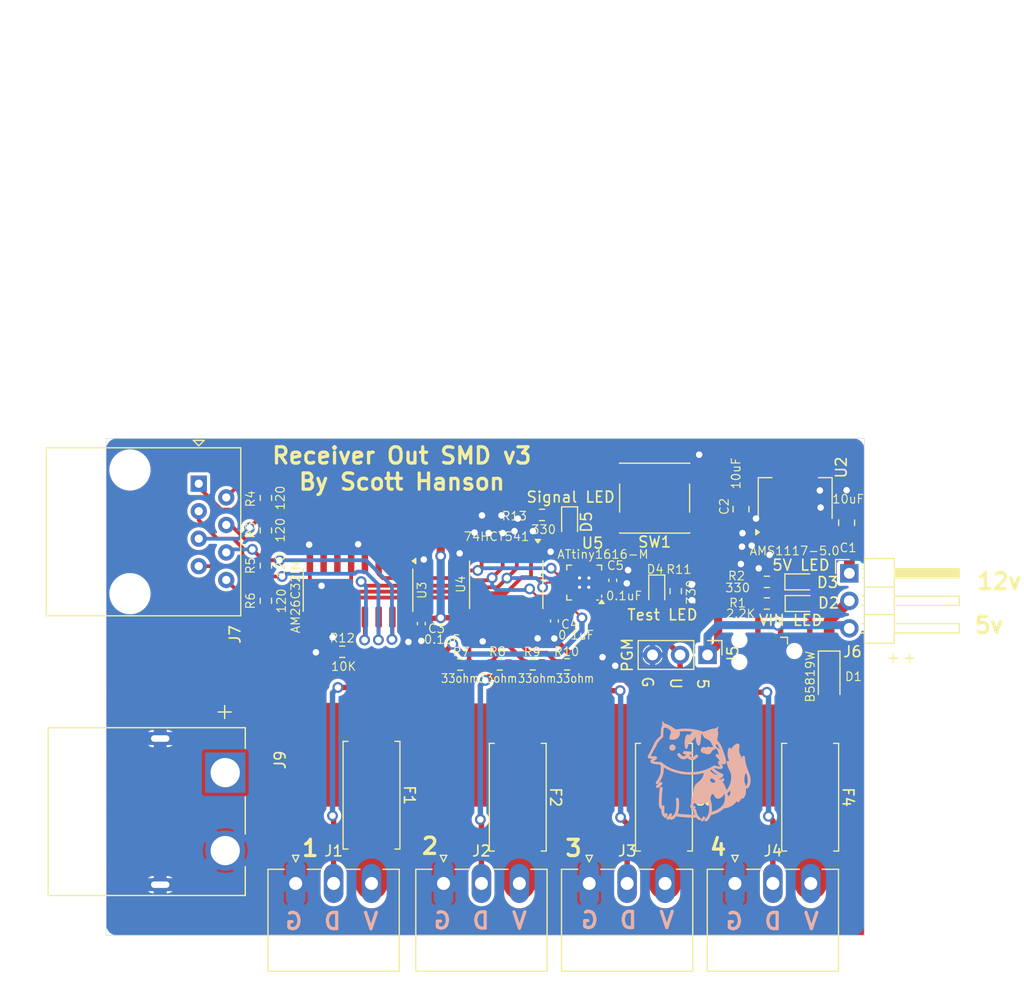
<source format=kicad_pcb>
(kicad_pcb (version 20241229) (generator "pcbnew") (generator_version "9.0")
  (title_block (title "Receiver Out SMD") (date "2025-02-23") (rev "v3") (company "Scott Hanson"))
  (layers (0 "F.Cu" signal) (2 "B.Cu" signal) (13 "F.Paste" user) (15 "B.Paste" user) (5 "F.SilkS" user "F.Silkscreen") (7 "B.SilkS" user "B.Silkscreen") (1 "F.Mask" user) (3 "B.Mask" user) (25 "Edge.Cuts" user))
  (net 0 "")
  (net 1 "GND")
  (net 2 "+5V")
  (net 3 "VIN1")
  (net 4 "OUT20")
  (net 5 "OUT19")
  (net 6 "OUT18")
  (net 7 "OUT17")
  (net 8 "Net-(D2-K)")
  (net 9 "Net-(D3-K)")
  (net 10 "/Outputs/VOUT1")
  (net 11 "/Outputs/VOUT2")
  (net 12 "/Outputs/VOUT3")
  (net 13 "/Outputs/VOUT4")
  (net 14 "/Outputs/DOUT1")
  (net 15 "/Outputs/DOUT2")
  (net 16 "/Outputs/DOUT3")
  (net 17 "/Outputs/DOUT4")
  (net 18 "/PWR")
  (net 19 "/Diff In/Serial4_N")
  (net 20 "/Diff In/Serial4_P")
  (net 21 "/Diff In/Serial2_N")
  (net 22 "/Diff In/Serial3_P")
  (net 23 "/Diff In/Serial3_N")
  (net 24 "/Diff In/Serial2_P")
  (net 25 "/Diff In/Serial1_N")
  (net 26 "/Diff In/Serial1_P")
  (net 27 "Net-(U4-Y7)")
  (net 28 "Net-(U4-Y4)")
  (net 29 "Net-(U4-Y2)")
  (net 30 "Net-(U4-Y0)")
  (net 31 "/VIN")
  (net 36 "TESTLED")
  (net 37 "Net-(D4-K)")
  (net 38 "UPDI_DATA")
  (net 39 "OUT_EN")
  (net 40 "Net-(U5-PA2)")
  (net 49 "SIGNLED")
  (net 54 "Net-(D5-K)")
  (footprint "Connector_Phoenix_MC:PhoenixContact_MC_1,5_3-G-3.5_1x03_P3.50mm_Horizontal" (layer "F.Cu") (at 94.451 143.82326)
    (property "Reference" "J2")
    (property "Value" "String2")
  )
  (footprint "Connector_Phoenix_MC:PhoenixContact_MC_1,5_3-G-3.5_1x03_P3.50mm_Horizontal" (layer "F.Cu") (at 121.356 143.82326)
    (property "Reference" "J4")
    (property "Value" "String4")
  )
  (footprint "Connector_Phoenix_MC:PhoenixContact_MC_1,5_3-G-3.5_1x03_P3.50mm_Horizontal" (layer "F.Cu") (at 107.901 143.82326)
    (property "Reference" "J3")
    (property "Value" "String3")
  )
  (footprint "Connector_Phoenix_MC:PhoenixContact_MC_1,5_3-G-3.5_1x03_P3.50mm_Horizontal" (layer "F.Cu") (at 80.801 143.82326)
    (property "Reference" "J1")
    (property "Value" "String1")
  )
  (footprint "Fuse:Fuseholder_Littelfuse_Nano2_154x" (layer "F.Cu") (at 101.301 135.85576 -90)
    (property "Reference" "F2")
    (property "Value" "0453005")
  )
  (footprint "Fuse:Fuseholder_Littelfuse_Nano2_154x" (layer "F.Cu") (at 128.301 135.85576 -90)
    (property "Reference" "F4")
    (property "Value" "0453005")
  )
  (footprint "Fuse:Fuseholder_Littelfuse_Nano2_154x" (layer "F.Cu") (at 87.801 135.67076 -90)
    (property "Reference" "F1")
    (property "Value" "0453005")
  )
  (footprint "Fuse:Fuseholder_Littelfuse_Nano2_154x" (layer "F.Cu") (at 114.801 135.85576 -90)
    (property "Reference" "F3")
    (property "Value" "0453005")
  )
  (footprint "Capacitor_SMD:C_0805_2012Metric" (layer "F.Cu") (at 131.664 110.5028 90)
    (property "Reference" "C1")
    (property "Value" "10uF")
  )
  (footprint "Connector_PinHeader_2.54mm:PinHeader_1x03_P2.54mm_Horizontal" (layer "F.Cu") (at 131.916 115.1778)
    (property "Reference" "J6")
    (property "Value" "VIN_Voltage")
  )
  (footprint "Capacitor_SMD:C_0805_2012Metric" (layer "F.Cu") (at 121.914 109.2528 -90)
    (property "Reference" "C2")
    (property "Value" "10uF")
  )
  (footprint "Resistor_SMD:R_0603_1608Metric" (layer "F.Cu") (at 124.301 117.9678)
    (property "Reference" "R1")
    (property "Value" "2.2K")
  )
  (footprint "LED_SMD:LED_0603_1608Metric" (layer "F.Cu") (at 127.4525 115.9678)
    (property "Reference" "D3")
    (property "Value" "5V LED")
  )
  (footprint "Resistor_SMD:R_0603_1608Metric" (layer "F.Cu") (at 124.301 115.9678)
    (property "Reference" "R2")
    (property "Value" "330")
  )
  (footprint "LED_SMD:LED_0603_1608Metric" (layer "F.Cu") (at 127.4775 117.9678)
    (property "Reference" "D2")
    (property "Value" "VIN LED")
  )
  (footprint "Scotts:RJ45_Amphenol_54602-x08_Horizontal" (layer "F.Cu") (at 71.851 106.8978 -90)
    (property "Reference" "J7")
    (property "Value" "RJ45")
  )
  (footprint "Resistor_SMD:R_0603_1608Metric" (layer "F.Cu") (at 78.051 111.2178 -90)
    (property "Reference" "R3")
    (property "Value" "120")
  )
  (footprint "Resistor_SMD:R_0603_1608Metric" (layer "F.Cu") (at 78.051 108.2178 -90)
    (property "Reference" "R4")
    (property "Value" "120")
  )
  (footprint "Resistor_SMD:R_0603_1608Metric" (layer "F.Cu") (at 78.051 114.4678 90)
    (property "Reference" "R5")
    (property "Value" "120")
  )
  (footprint "Resistor_SMD:R_0603_1608Metric" (layer "F.Cu") (at 78.051 117.7178 90)
    (property "Reference" "R6")
    (property "Value" "120")
  )
  (footprint "Package_SO:SOIC-16_3.9x9.9mm_P1.27mm" (layer "F.Cu") (at 86.556 116.7428 -90)
    (property "Reference" "U3")
    (property "Value" "AM26C32IN")
  )
  (footprint "Capacitor_SMD:C_0402_1005Metric" (layer "F.Cu") (at 92.401 119.8178 -90)
    (property "Reference" "C3")
    (property "Value" "0.1uF")
  )
  (footprint "Diode_SMD:D_SOD-123" (layer "F.Cu") (at 130.051 124.7178 -90)
    (property "Reference" "D1")
    (property "Value" "B5819W")
  )
  (footprint "Resistor_SMD:R_0603_1608Metric" (layer "F.Cu") (at 95.988 123.6028)
    (property "Reference" "R7")
    (property "Value" "33ohm")
  )
  (footprint "Resistor_SMD:R_0603_1608Metric" (layer "F.Cu") (at 99.638 123.5928 180)
    (property "Reference" "R8")
    (property "Value" "33ohm")
  )
  (footprint "Resistor_SMD:R_0603_1608Metric" (layer "F.Cu") (at 105.863 123.5828 180)
    (property "Reference" "R10")
    (property "Value" "33ohm")
  )
  (footprint "Package_TO_SOT_SMD:SOT-223-3_TabPin2" (layer "F.Cu") (at 126.914 108.2528 90)
    (property "Reference" "U2")
    (property "Value" "AMS1117-5.0")
  )
  (footprint "Capacitor_SMD:C_0402_1005Metric" (layer "F.Cu") (at 104.688 119.5828 -90)
    (property "Reference" "C4")
    (property "Value" "0.1uF")
  )
  (footprint "Resistor_SMD:R_0603_1608Metric" (layer "F.Cu") (at 102.688 123.5828 180)
    (property "Reference" "R9")
    (property "Value" "33ohm")
  )
  (footprint "Package_SO:TSSOP-20_4.4x6.5mm_P0.65mm" (layer "F.Cu") (at 100.238 116.2328 -90)
    (property "Reference" "U4")
    (property "Value" "74HCT541")
  )
  (footprint "Capacitor_SMD:C_0402_1005Metric" (layer "F.Cu") (at 110.078 115.8228 -90)
    (property "Reference" "C5")
    (property "Value" "0.1uF")
  )
  (footprint "LED_SMD:LED_0603_1608Metric" (layer "F.Cu") (at 114.138 116.8203 -90)
    (property "Reference" "D4")
    (property "Value" "Test LED")
  )
  (footprint "Connector_PinHeader_2.54mm:PinHeader_1x03_P2.54mm_Vertical" (layer "F.Cu") (at 118.826 122.7178 -90)
    (property "Reference" "J5")
    (property "Value" "PGM")
  )
  (footprint "Scotts:SW_Push_1P1T_NO_6x6mm_H9.5mm" (layer "F.Cu") (at 113.938 108.2328 180)
    (property "Reference" "SW1")
    (property "Value" "Test")
  )
  (footprint "Package_DFN_QFN:VQFN-20-1EP_3x3mm_P0.4mm_EP1.7x1.7mm" (layer "F.Cu") (at 107.438 116.0328 180)
    (property "Reference" "U5")
    (property "Value" "ATtiny1616-M")
  )
  (footprint "Resistor_SMD:R_0603_1608Metric" (layer "F.Cu") (at 103.538 109.7828)
    (property "Reference" "R13")
    (property "Value" "330")
  )
  (footprint "Resistor_SMD:R_0603_1608Metric" (layer "F.Cu") (at 115.888 116.8203 90)
    (property "Reference" "R11")
    (property "Value" "330")
  )
  (footprint "LED_SMD:LED_0603_1608Metric" (layer "F.Cu") (at 106.088 110.5203 -90)
    (property "Reference" "D5")
    (property "Value" "Signal LED")
  )
  (footprint "Connector:Tag-Connect_TC2030-IDC-NL_2x03_P1.27mm_Vertical" (layer "F.Cu") (at 124.301 122.3528 180)
    (property "Reference" "J8" (hide yes))
    (property "Value" "Conn_ARM_SWD_TagConnect_TC2030-NL" (hide yes))
  )
  (footprint "Scotts:MountingHole_3.7mm" (layer "F.Cu") (at 138.001 77.4178)
    (property "Reference" "H3")
    (property "Value" "MountingHole")
  )
  (footprint "Scotts:MountingHole_3.7mm" (layer "F.Cu") (at 58.651 74.9178)
    (property "Reference" "H4")
    (property "Value" "MountingHole")
  )
  (footprint "Scotts:MountingHole_3.7mm" (layer "F.Cu") (at 125.651 72.2178)
    (property "Reference" "H1")
    (property "Value" "MountingHole")
  )
  (footprint "Scotts:XT60PW-M" (layer "F.Cu") (at 68.296 137.18705 -90)
    (property "Reference" "J9")
    (property "Value" "XT60PW-M")
  )
  (footprint "Scotts:MountingHole_3.7mm" (layer "F.Cu") (at 75.101 67.7678)
    (property "Reference" "H2")
    (property "Value" "MountingHole")
  )
  (footprint "Resistor_SMD:R_0603_1608Metric" (layer "F.Cu") (at 85.098 122.4228 180)
    (property "Reference" "R12")
    (property "Value" "10K")
  )
  (footprint "Scotts:chewi_15" (layer "B.Cu") (at 118.259705 132.314042 180)
    (property "Reference" "G***")
    (property "Value" "LOGO" (hide yes))
  )
  (gr_line (start 63.295 102.7178) (end 63.301 148.6178) (stroke (width 0.05)) (layer "Edge.Cuts"))
  (gr_line (start 63.295 102.7178) (end 133.301 102.7178) (stroke (width 0.05)) (layer "Edge.Cuts"))
  (gr_line (start 133.301 148.6178) (end 133.301 102.7178) (stroke (width 0.05)) (layer "Edge.Cuts"))
  (gr_line (start 133.301 148.6178) (end 63.301 148.6178) (stroke (width 0.05)) (layer "Edge.Cuts"))
  (gr_text "3" (at 106.451 140.5678 0) (layer "F.SilkS") (effects (font (size 1.5 1.5) (thickness 0.3))))
  (gr_text "1" (at 82.151 140.5678 0) (layer "F.SilkS") (effects (font (size 1.5 1.5) (thickness 0.3))))
  (gr_text "2" (at 93.201 140.3678 0) (layer "F.SilkS") (effects (font (size 1.5 1.5) (thickness 0.3))))
  (gr_text "4" (at 119.801 140.4678 0) (layer "F.SilkS") (effects (font (size 1.5 1.5) (thickness 0.3))))
  (gr_text "Receiver Out SMD ${REVISION}\nBy Scott Hanson" (at 90.601 105.5178 0) (layer "F.SilkS") (effects (font (size 1.5 1.5) (thickness 0.3))))
  (gr_text "+" (at 135.901 123.0178 90) (layer "F.SilkS") (effects (font (size 1 1))))
  (gr_text "+" (at 137.401 123.0178 90) (layer "F.SilkS") (effects (font (size 1 1))))
  (gr_text "12v" (at 145.751 115.9178 0) (layer "F.SilkS") (effects (font (size 1.5 1.5) (thickness 0.3))))
  (gr_text "U" (at 115.301 124.7178 270) (layer "F.SilkS") (effects (font (size 1 1)) (justify left bottom)))
  (gr_text "5v" (at 144.801 119.9678 0) (layer "F.SilkS") (effects (font (size 1.5 1.5) (thickness 0.3))))
  (gr_text "5" (at 117.801 124.8178 270) (layer "F.SilkS") (effects (font (size 1 1)) (justify left bottom)))
  (gr_text "G" (at 112.701 124.6178 270) (layer "F.SilkS") (effects (font (size 1 1)) (justify left bottom)))
  (gr_text "V" (at 128.413 147.3178 -0) (layer "B.SilkS") (effects (font (size 1.5 1.5) (thickness 0.3)) (justify mirror)))
  (gr_text "D" (at 124.857 147.3178 -0) (layer "B.SilkS") (effects (font (size 1.5 1.5) (thickness 0.3)) (justify mirror)))
  (gr_text "V" (at 87.751 147.3178 -0) (layer "B.SilkS") (effects (font (size 1.5 1.5) (thickness 0.3)) (justify mirror)))
  (gr_text "G" (at 107.950998 147.2178 -0) (layer "B.SilkS") (effects (font (size 1.5 1.5) (thickness 0.3)) (justify mirror)))
  (gr_text "G" (at 94.345 147.2678 -0) (layer "B.SilkS") (effects (font (size 1.5 1.5) (thickness 0.3)) (justify mirror)))
  (gr_text "V" (at 115.062998 147.2178 -0) (layer "B.SilkS") (effects (font (size 1.5 1.5) (thickness 0.3)) (justify mirror)))
  (gr_text "G" (at 80.639 147.3178 -0) (layer "B.SilkS") (effects (font (size 1.5 1.5) (thickness 0.3)) (justify mirror)))
  (gr_text "G" (at 121.301 147.3178 -0) (layer "B.SilkS") (effects (font (size 1.5 1.5) (thickness 0.3)) (justify mirror)))
  (gr_text "V" (at 101.457 147.2678 -0) (layer "B.SilkS") (effects (font (size 1.5 1.5) (thickness 0.3)) (justify mirror)))
  (gr_text "D" (at 97.901 147.2678 -0) (layer "B.SilkS") (effects (font (size 1.5 1.5) (thickness 0.3)) (justify mirror)))
  (gr_text "D" (at 84.195 147.3178 -0) (layer "B.SilkS") (effects (font (size 1.5 1.5) (thickness 0.3)) (justify mirror)))
  (gr_text "D" (at 111.506998 147.2178 -0) (layer "B.SilkS") (effects (font (size 1.5 1.5) (thickness 0.3)) (justify mirror)))
  (segment (start 100.563 112.107802) (end 99.912999 111.457801) (width 0.35) (layer "F.Cu") (net 1))
  (segment (start 82.718 122.4228) (end 82.668 122.4728) (width 0.5) (layer "F.Cu") (net 1))
  (segment (start 108.728 122.5228) (end 109.128 122.9228) (width 0.5) (layer "F.Cu") (net 1))
  (segment (start 102.713 109.7828) (end 102.713 111.2708) (width 0.35) (layer "F.Cu") (net 1))
  (segment (start 100.088 109.8308) (end 99.801 109.8308) (width 0.35) (layer "F.Cu") (net 1))
  (segment (start 95.938 113.3328) (end 95.963 113.3578) (width 0.4) (layer "F.Cu") (net 1))
  (segment (start 106.008 122.5228) (end 108.728 122.5228) (width 0.5) (layer "F.Cu") (net 1))
  (segment (start 97.313 113.3703) (end 95.9755 113.3703) (width 0.35) (layer "F.Cu") (net 1))
  (segment (start 103.138 121.1828) (end 104.668 121.1828) (width 0.35) (layer "F.Cu") (net 1))
  (segment (start 102.713 111.2708) (end 102.701 111.2828) (width 0.35) (layer "F.Cu") (net 1))
  (segment (start 103.163 113.3703) (end 103.163 111.7448) (width 0.35) (layer "F.Cu") (net 1))
  (segment (start 101.863 111.5578) (end 101.588 111.2828) (width 0.35) (layer "F.Cu") (net 1))
  (segment (start 129.714 109.5528) (end 129.264 109.1028) (width 0.75) (layer "F.Cu") (net 1))
  (segment (start 97.588 109.8308) (end 97.313 110.1058) (width 0.35) (layer "F.Cu") (net 1))
  (segment (start 103.163 111.7448) (end 102.701 111.2828) (width 0.35) (layer "F.Cu") (net 1))
  (segment (start 100.563 113.3703) (end 100.563 112.107802) (width 0.35) (layer "F.Cu") (net 1))
  (segment (start 117.363 117.6578) (end 117.363 116.2328) (width 0.5) (layer "F.Cu") (net 1))
  (segment (start 92.401 120.2978) (end 92.401 121.4178) (width 0.5) (layer "F.Cu") (net 1))
  (segment (start 99.263 113.3703) (end 99.263 112.1078) (width 0.35) (layer "F.Cu") (net 1))
  (segment (start 99.801 109.8308) (end 98.001 109.8308) (width 0.35) (layer "F.Cu") (net 1))
  (segment (start 82.111 114.2678) (end 82.111 112.5948) (width 0.35) (layer "F.Cu") (net 1))
  (segment (start 97.313 113.3703) (end 97.313 111.4078) (width 0.35) (layer "F.Cu") (net 1))
  (segment (start 124.551 113.7178) (end 123.551 114.7178) (width 0.75) (layer "F.Cu") (net 1))
  (segment (start 123.476 117.9678) (end 123.476 121.2728) (width 0.5) (layer "F.Cu") (net 1))
  (segment (start 111.488 114.8828) (end 111.488 115.9828) (width 0.5) (layer "F.Cu") (net 1))
  (segment (start 104.688 120.0678) (end 104.688 121.1828) (width 0.5) (layer "F.Cu") (net 1))
  (segment (start 97.361 111.4578) (end 97.313 111.4098) (width 0.35) (layer "F.Cu") (net 1))
  (segment (start 101.001 111.2828) (end 100.088 111.2828) (width 0.35) (layer "F.Cu") (net 1))
  (segment (start 123.476 121.2728) (end 123.031 121.7178) (width 0.5) (layer "F.Cu") (net 1))
  (segment (start 131.664 109.5528) (end 129.714 109.5528) (width 0.75) (layer "F.Cu") (net 1))
  (segment (start 115.888 117.6453) (end 117.3505 117.6453) (width 0.5) (layer "F.Cu") (net 1))
  (segment (start 100.901 109.7178) (end 101.301 110.1178) (width 0.35) (layer "F.Cu") (net 1))
  (segment (start 118.051 105.8448) (end 117.913 105.9828) (width 0.4) (layer "F.Cu") (net 1))
  (segment (start 123.476 117.9678) (end 123.476 115.9678) (width 0.5) (layer "F.Cu") (net 1))
  (segment (start 84.273 121.1478) (end 84.208 121.0828) (width 0.5) (layer "F.Cu") (net 1))
  (segment (start 82.694 116.4888) (end 82.111 115.9058) (width 0.35) (layer "F.Cu") (net 1))
  (segment (start 84.273 122.4228) (end 84.273 121.1478) (width 0.5) (layer "F.Cu") (net 1))
  (segment (start 99.912998 111.4578) (end 99.912999 111.457801) (width 0.35) (layer "F.Cu") (net 1))
  (segment (start 121.914 110.2028) (end 121.914 111.3308) (width 0.75) (layer "F.Cu") (net 1))
  (segment (start 102.713 109.7828) (end 101.636 109.7828) (width 0.35) (layer "F.Cu") (net 1))
  (segment (start 124.614 111.4028) (end 124.614 113.4048) (width 0.75) (layer "F.Cu") (net 1))
  (segment (start 82.111 115.9058) (end 82.111 114.2678) (width 0.35) (layer "F.Cu") (net 1))
  (segment (start 100.088 111.2828) (end 99.912999 111.457801) (width 0.35) (layer "F.Cu") (net 1))
  (segment (start 131.664 109.5528) (end 131.664 107.5028) (width 0.75) (layer "F.Cu") (net 1))
  (segment (start 102.701 111.2828) (end 101.588 111.2828) (width 0.35) (layer "F.Cu") (net 1))
  (segment (start 101.588 111.2828) (end 101.001 111.2828) (width 0.35) (layer "F.Cu") (net 1))
  (segment (start 87.191 113.1158) (end 86.568 112.4928) (width 0.5) (layer "F.Cu") (net 1))
  (segment (start 102.513 119.0953) (end 102.513 121.1828) (width 0.4) (layer "F.Cu") (net 1))
  (segment (start 99.263 112.1078) (end 99.912999 111.457801) (width 0.35) (layer "F.Cu") (net 1))
  (segment (start 104.678 121.1928) (end 106.008 122.5228) (width 0.5) (layer "F.Cu") (net 1))
  (segment (start 84.273 122.4228) (end 82.718 122.4228) (width 0.5) (layer "F.Cu") (net 1))
  (segment (start 97.313 111.4098) (end 97.313 111.407798) (width 0.35) (layer "F.Cu") (net 1))
  (segment (start 111.168 116.3028) (end 110.078 116.3028) (width 0.5) (layer "F.Cu") (net 1))
  (segment (start 117.3505 117.6453) (end 117.363 117.6578) (width 0.5) (layer "F.Cu") (net 1))
  (segment (start 100.088 109.8308) (end 100.201 109.7178) (width 0.35) (layer "F.Cu") (net 1))
  (segment (start 109.968 116.3028) (end 109.698 116.0328) (width 0.2) (layer "F.Cu") (net 1))
  (segment (start 110.078 116.3028) (end 109.968 116.3028) (width 0.2) (layer "F.Cu") (net 1))
  (segment (start 111.488 115.9828) (end 111.368 116.1028) (width 0.5) (layer "F.Cu") (net 1))
  (segment (start 100.088 109.8308) (end 100.088 111.2828) (width 0.35) (layer "F.Cu") (net 1))
  (segment (start 104.1505 113.3703) (end 104.338 113.1828) (width 0.35) (layer "F.Cu") (net 1))
  (segment (start 98.613 111.4578) (end 99.912998 111.4578) (width 0.35) (layer "F.Cu") (net 1))
  (segment (start 97.313 110.1058) (end 97.313 111.407798) (width 0.35) (layer "F.Cu") (net 1))
  (segment (start 111.368 116.1028) (end 111.168 116.3028) (width 0.5) (layer "F.Cu") (net 1))
  (segment (start 98.001 109.8308) (end 97.588 109.8308) (width 0.35) (layer "F.Cu") (net 1))
  (segment (start 100.088 111.2828) (end 99.912999 111.457801) (width 0.35) (layer "F.Cu") (net 1))
  (segment (start 117.913 105.9828) (end 109.963 105.9828) (width 0.4) (layer "F.Cu") (net 1))
  (segment (start 124.551 113.4678) (end 124.551 113.7178) (width 0.75) (layer "F.Cu") (net 1))
  (segment (start 104.688 121.1828) (end 104.678 121.1928) (width 0.5) (layer "F.Cu") (net 1))
  (segment (start 118.051 104.2178) (end 118.051 105.8448) (width 0.4) (layer "F.Cu") (net 1))
  (segment (start 109.698 116.0328) (end 108.938 116.0328) (width 0.2) (layer "F.Cu") (net 1))
  (segment (start 109.158 122.8928) (end 109.476 122.8928) (width 0.5) (layer "F.Cu") (net 1))
  (segment (start 102.513 121.1828) (end 103.138 121.1828) (width 0.35) (layer "F.Cu") (net 1))
  (segment (start 95.9755 113.3703) (end 95.938 113.3328) (width 0.35) (layer "F.Cu") (net 1))
  (segment (start 82.111 112.5948) (end 82.046574 112.530374) (width 0.35) (layer "F.Cu") (net 1))
  (segment (start 122.116 111.4028) (end 122.051 111.4678) (width 0.75) (layer "F.Cu") (net 1))
  (segment (start 98.613 113.3703) (end 98.613 111.4578) (width 0.35) (layer "F.Cu") (net 1))
  (segment (start 98.613 111.4578) (end 97.361 111.4578) (width 0.35) (layer "F.Cu") (net 1))
  (segment (start 82.918 116.4888) (end 82.694 116.4888) (width 0.35) (layer "F.Cu") (net 1))
  (segment (start 124.614 111.4028) (end 122.116 111.4028) (width 0.75) (layer "F.Cu") (net 1))
  (segment (start 123.476 115.9678) (end 123.476 114.7928) (width 0.5) (layer "F.Cu") (net 1))
  (segment (start 121.914 111.3308) (end 122.051 111.4678) (width 0.75) (layer "F.Cu") (net 1))
  (segment (start 109.128 122.9228) (end 109.158 122.8928) (width 0.5) (layer "F.Cu") (net 1))
  (segment (start 91.303 121.4178) (end 92.401 121.4178) (width 0.5) (layer "F.Cu") (net 1))
  (segment (start 91.208 121.5128) (end 91.303 121.4178) (width 0.5) (layer "F.Cu") (net 1))
  (segment (start 123.476 114.7928) (end 123.551 114.7178) (width 0.5) (layer "F.Cu") (net 1))
  (segment (start 101.863 113.3703) (end 101.863 111.5578) (width 0.35) (layer "F.Cu") (net 1))
  (segment (start 124.614 113.4048) (end 124.551 113.4678) (width 0.75) (layer "F.Cu") (net 1))
  (segment (start 101.636 109.7828) (end 101.301 110.1178) (width 0.35) (layer "F.Cu") (net 1))
  (segment (start 109.476 122.8928) (end 110.301 123.7178) (width 0.5) (layer "F.Cu") (net 1))
  (segment (start 104.668 121.1828) (end 104.678 121.1928) (width 0.35) (layer "F.Cu") (net 1))
  (segment (start 103.163 113.3703) (end 104.1505 113.3703) (width 0.35) (layer "F.Cu") (net 1))
  (segment (start 100.201 109.7178) (end 100.901 109.7178) (width 0.35) (layer "F.Cu") (net 1))
  (segment (start 87.191 114.2678) (end 87.191 113.1158) (width 0.5) (layer "F.Cu") (net 1))
  (via (at 83.188 116.3328) (size 1) (drill 0.6) (layers "F.Cu" "B.Cu") (net 1))
  (via (at 98.068 121.4628) (size 1) (drill 0.6) (layers "F.Cu" "B.Cu") (net 1))
  (via (at 82.668 122.4728) (size 1) (drill 0.6) (layers "F.Cu" "B.Cu") (net 1))
  (via (at 92.401 121.4178) (size 1) (drill 0.6) (layers "F.Cu" "B.Cu") (net 1))
  (via (at 121.901 114.3178) (size 1) (drill 0.6) (layers "F.Cu" "B.Cu") (net 1))
  (via (at 123.301 110.1178) (size 1) (drill 0.6) (layers "F.Cu" "B.Cu") (net 1))
  (via (at 117.363 117.6578) (size 1) (drill 0.6) (layers "F.Cu" "B.Cu") (net 1))
  (via (at 123.551 114.7178) (size 1) (drill 0.6) (layers "F.Cu" "B.Cu") (net 1))
  (via (at 122.001 112.7178) (size 1) (drill 0.6) (layers "F.Cu" "B.Cu") (net 1))
  (via (at 104.338 113.1828) (size 1) (drill 0.6) (layers "F.Cu" "B.Cu") (net 1))
  (via (at 107.868 115.6128) (size 0.4) (drill 0.3) (layers "F.Cu" "B.Cu") (net 1))
  (via (at 118.051 104.2178) (size 1) (drill 0.6) (layers "F.Cu" "B.Cu") (net 1))
  (via (at 122.051 111.4678) (size 1) (drill 0.6) (layers "F.Cu" "B.Cu") (net 1))
  (via (at 95.938 113.3328) (size 1) (drill 0.6) (layers "F.Cu" "B.Cu") (net 1))
  (via (at 109.128 122.9228) (size 1) (drill 0.6) (layers "F.Cu" "B.Cu") (net 1))
  (via (at 82.046574 112.530374) (size 1) (drill 0.6) (layers "F.Cu" "B.Cu") (net 1))
  (via (at 107.008 115.6028) (size 0.4) (drill 0.3) (layers "F.Cu" "B.Cu") (net 1))
  (via (at 107.858 116.4628) (size 0.4) (drill 0.3) (layers "F.Cu" "B.Cu") (net 1))
  (via (at 110.301 123.7178) (size 1) (drill 0.6) (layers "F.Cu" "B.Cu") (net 1))
  (via (at 91.208 121.5128) (size 1) (drill 0.6) (layers "F.Cu" "B.Cu") (net 1))
  (via (at 102.701 111.2828) (size 1) (drill 0.6) (layers "F.Cu" "B.Cu") (net 1))
  (via (at 117.363 116.2328) (size 1) (drill 0.6) (layers "F.Cu" "B.Cu") (net 1))
  (via (at 111.488 114.8828) (size 1) (drill 0.6) (layers "F.Cu" "B.Cu") (net 1))
  (via (at 98.613 111.4578) (size 1) (drill 0.6) (layers "F.Cu" "B.Cu") (net 1))
  (via (at 84.208 121.0828) (size 1) (drill 0.6) (layers "F.Cu" "B.Cu") (net 1))
  (via (at 131.664 107.5028) (size 1) (drill 0.6) (layers "F.Cu" "B.Cu") (net 1))
  (via (at 99.801 109.8308) (size 1) (drill 0.6) (layers "F.Cu" "B.Cu") (net 1))
  (via (at 98.001 109.8308) (size 1) (drill 0.6) (layers "F.Cu" "B.Cu") (net 1))
  (via (at 129.194 107.5228) (size 1) (drill 0.6) (layers "F.Cu" "B.Cu") (net 1))
  (via (at 99.912999 111.457801) (size 1) (drill 0.6) (layers "F.Cu" "B.Cu") (net 1))
  (via (at 101.001 111.2828) (size 1) (drill 0.6) (layers "F.Cu" "B.Cu") (net 1))
  (via (at 124.551 113.4678) (size 1) (drill 0.6) (layers "F.Cu" "B.Cu") (net 1))
  (via (at 111.368 116.1028) (size 1) (drill 0.6) (layers "F.Cu" "B.Cu") (net 1))
  (via (at 103.138 121.1828) (size 1) (drill 0.6) (layers "F.Cu" "B.Cu") (net 1))
  (via (at 107.008 116.4628) (size 0.4) (drill 0.3) (layers "F.Cu" "B.Cu") (net 1))
  (via (at 86.568 112.4928) (size 1) (drill 0.6) (layers "F.Cu" "B.Cu") (net 1))
  (via (at 129.264 109.1028) (size 1) (drill 0.6) (layers "F.Cu" "B.Cu") (net 1))
  (via (at 122.901 112.6178) (size 1) (drill 0.6) (layers "F.Cu" "B.Cu") (net 1))
  (via (at 101.301 110.1178) (size 1) (drill 0.6) (layers "F.Cu" "B.Cu") (net 1))
  (via (at 104.678 121.1928) (size 1) (drill 0.6) (layers "F.Cu" "B.Cu") (net 1))
  (via (at 97.313 111.407798) (size 1) (drill 0.6) (layers "F.Cu" "B.Cu") (net 1))
  (via (at 92.628 113.9028) (size 1) (drill 0.6) (layers "F.Cu" "B.Cu") (net 1))
  (segment (start 125.571 120.2378) (end 125.301 119.9678) (width 0.5) (layer "F.Cu") (net 2))
  (segment (start 107.598 111.7428) (end 107.598 108.1828) (width 0.5) (layer "F.Cu") (net 2))
  (segment (start 103.378 119.1028) (end 103.383 119.0978) (width 0.5) (layer "F.Cu") (net 2))
  (segment (start 110.078 115.3428) (end 110.078 114.2228) (width 0.5) (layer "F.Cu") (net 2))
  (segment (start 107.598 108.1828) (end 121.794002 108.1828) (width 0.5) (layer "F.Cu") (net 2))
  (segment (start 128.24 115.4068) (end 126.914 114.0808) (width 0.5) (layer "F.Cu") (net 2))
  (segment (start 109.808 115.4028) (end 110.018 115.4028) (width 0.2) (layer "F.Cu") (net 2))
  (segment (start 119.801 108.3028) (end 121.914002 108.3028) (width 0.75) (layer "F.Cu") (net 2))
  (segment (start 91.116 119.3328) (end 91.001 119.2178) (width 0.5) (layer "F.Cu") (net 2))
  (segment (start 104.201768 119.0978) (end 104.688 119.0978) (width 0.5) (layer "F.Cu") (net 2))
  (segment (start 96.981996 117.9068) (end 102.89 117.9068) (width 0.5) (layer "F.Cu") (net 2))
  (segment (start 92.588 119.3328) (end 94.138 119.3328) (width 0.5) (layer "F.Cu") (net 2))
  (segment (start 108.888 115.6328) (end 109.578 115.6328) (width 0.2) (layer "F.Cu") (net 2))
  (segment (start 121.794002 108.1828) (end 121.914002 108.3028) (width 0.5) (layer "F.Cu") (net 2))
  (segment (start 125.571 121.7178) (end 125.571 120.2378) (width 0.5) (layer "F.Cu") (net 2))
  (segment (start 118.826 122.7178) (end 119.801 121.7428) (width 0.75) (layer "F.Cu") (net 2))
  (segment (start 94.188 119.2828) (end 95.605996 119.2828) (width 0.5) (layer "F.Cu") (net 2))
  (segment (start 102.89 117.9068) (end 103.201 118.2178) (width 0.5) (layer "F.Cu") (net 2))
  (segment (start 110.078 114.2228) (end 107.598 111.7428) (width 0.5) (layer "F.Cu") (net 2))
  (segment (start 119.801 121.7428) (end 119.801 108.3028) (width 0.75) (layer "F.Cu") (net 2))
  (segment (start 94.188 113.5828) (end 94.188 111.9328) (width 0.75) (layer "F.Cu") (net 2))
  (segment (start 110.018 115.4028) (end 110.078 115.3428) (width 0.2) (layer "F.Cu") (net 2))
  (segment (start 128.24 115.9678) (end 128.24 115.4068) (width 0.5) (layer "F.Cu") (net 2))
  (segment (start 126.889 108.2278) (end 121.914 108.2278) (width 1) (layer "F.Cu") (net 2))
  (segment (start 97.818 108.3028) (end 119.801 108.3028) (width 0.75) (layer "F.Cu") (net 2))
  (segment (start 103.383 119.0978) (end 104.688 119.0978) (width 0.5) (layer "F.Cu") (net 2))
  (segment (start 94.188 111.9328) (end 97.818 108.3028) (width 0.75) (layer "F.Cu") (net 2))
  (segment (start 126.914 105.1028) (end 126.914 111.4028) (width 1) (layer "F.Cu") (net 2))
  (segment (start 94.138 119.3328) (end 94.188 119.2828) (width 0.5) (layer "F.Cu") (net 2))
  (segment (start 126.914 114.0808) (end 126.914 111.4028) (width 0.5) (layer "F.Cu") (net 2))
  (segment (start 109.578 115.6328) (end 109.808 115.4028) (width 0.2) (layer "F.Cu") (net 2))
  (segment (start 126.914 108.2528) (end 126.889 108.2278) (width 1) (layer "F.Cu") (net 2))
  (segment (start 126.914 111.4028) (end 126.914 108.2528) (width 1) (layer "F.Cu") (net 2))
  (segment (start 92.588 119.3328) (end 91.116 119.3328) (width 0.5) (layer "F.Cu") (net 2))
  (segment (start 95.605996 119.2828) (end 96.981996 117.9068) (width 0.5) (layer "F.Cu") (net 2))
  (segment (start 104.688 119.0978) (end 105.283 119.0978) (width 0.75) (layer "F.Cu") (net 2))
  (via (at 94.188 119.2828) (size 1) (drill 0.6) (layers "F.Cu" "B.Cu") (net 2))
  (via (at 125.301 119.9678) (size 1) (drill 0.6) (layers "F.Cu" "B.Cu") (net 2))
  (via (at 94.188 113.5828) (size 1) (drill 0.6) (layers "F.Cu" "B.Cu") (net 2))
  (segment (start 119.801 119.9678) (end 125.301 119.9678) (width 0.75) (layer "B.Cu") (net 2))
  (segment (start 94.188 119.2828) (end 94.188 113.5828) (width 0.75) (layer "B.Cu") (net 2))
  (segment (start 131.626 119.9678) (end 131.916 120.2578) (width 0.75) (layer "B.Cu") (net 2))
  (segment (start 118.826 120.9428) (end 119.801 119.9678) (width 0.75) (layer "B.Cu") (net 2))
  (segment (start 118.826 122.7178) (end 118.826 120.9428) (width 0.75) (layer "B.Cu") (net 2))
  (segment (start 125.301 119.9678) (end 131.626 119.9678) (width 0.75) (layer "B.Cu") (net 2))
  (segment (start 128.265 124.5818) (end 130.051 126.3678) (width 0.5) (layer "F.Cu") (net 3))
  (segment (start 128.265 117.9678) (end 128.265 124.5818) (width 0.5) (layer "F.Cu") (net 3))
  (segment (start 130.051 126.3678) (end 130.051 126.9678) (width 1) (layer "F.Cu") (net 3))
  (segment (start 130.051 126.9678) (end 128.801 128.2178) (width 1) (layer "F.Cu") (net 3))
  (segment (start 84.651 118.1198) (end 85.353 117.4178) (width 0.35) (layer "F.Cu") (net 4))
  (segment (start 96.987112 117.0178) (end 100.201 117.0178) (width 0.35) (layer "F.Cu") (net 4))
  (segment (start 102.528 115.5428) (end 102.528 113.3853) (width 0.35) (layer "F.Cu") (net 4))
  (segment (start 102.618 115.6328) (end 102.528 115.5428) (width 0.2) (layer "F.Cu") (net 4))
  (segment (start 100.201 117.0178) (end 101.676 115.5428) (width 0.35) (layer "F.Cu") (net 4))
  (segment (start 96.587112 117.4178) (end 96.987112 117.0178) (width 0.35) (layer "F.Cu") (net 4))
  (segment (start 105.988 115.6328) (end 102.618 115.6328) (width 0.2) (layer "F.Cu") (net 4))
  (segment (start 101.676 115.5428) (end 102.528 115.5428) (width 0.35) (layer "F.Cu") (net 4))
  (segment (start 84.651 119.2178) (end 84.651 118.1198) (width 0.35) (layer "F.Cu") (net 4))
  (segment (start 85.353 117.4178) (end 96.587112 117.4178) (width 0.35) (layer "F.Cu") (net 4))
  (segment (start 102.528 113.3853) (end 102.513 113.3703) (width 0.35) (layer "F.Cu") (net 4))
  (segment (start 86.177996 116.8678) (end 95.851 116.8678) (width 0.35) (layer "F.Cu") (net 5))
  (segment (start 96.251 116.4678) (end 99.451 116.4678) (width 0.35) (layer "F.Cu") (net 5))
  (segment (start 99.451 116.4678) (end 101.213 114.7058) (width 0.35) (layer "F.Cu") (net 5))
  (segment (start 101.213 114.7058) (end 101.213 113.3703) (width 0.35) (layer "F.Cu") (net 5))
  (segment (start 103.596074 116.45345) (end 103.83163 116.217894) (width 0.2) (layer "F.Cu") (net 5))
  (segment (start 103.83163 116.18717) (end 103.986 116.0328) (width 0.2) (layer "F.Cu") (net 5))
  (segment (start 103.986 116.0328) (end 105.988 116.0328) (width 0.2) (layer "F.Cu") (net 5))
  (segment (start 95.851 116.8678) (end 96.251 116.4678) (width 0.35) (layer "F.Cu") (net 5))
  (segment (start 103.83163 116.217894) (end 103.83163 116.18717) (width 0.2) (layer "F.Cu") (net 5))
  (segment (start 85.921 116.610804) (end 86.177996 116.8678) (width 0.35) (layer "F.Cu") (net 5))
  (segment (start 85.921 114.2678) (end 85.921 116.610804) (width 0.35) (layer "F.Cu") (net 5))
  (via (at 100.301 115.6178) (size 1) (drill 0.6) (layers "F.Cu" "B.Cu") (net 5))
  (via (at 103.596074 116.45345) (size 1) (drill 0.6) (layers "F.Cu" "B.Cu") (net 5))
  (segment (start 103.596074 116.197243) (end 103.016631 115.6178) (width 0.35) (layer "B.Cu") (net 5))
  (segment (start 103.016631 115.6178) (end 100.301 115.6178) (width 0.35) (layer "B.Cu") (net 5))
  (segment (start 103.596074 116.45345) (end 103.596074 116.197243) (width 0.35) (layer "B.Cu") (net 5))
  (segment (start 103.03665 117.25345) (end 102.401 116.6178) (width 0.2) (layer "F.Cu") (net 6))
  (segment (start 87.191 119.2178) (end 87.191 121.309128) (width 0.35) (layer "F.Cu") (net 6))
  (segment (start 99.913 114.6178) (end 98.938 115.5928) (width 0.35) (layer "F.Cu") (net 6))
  (segment (start 86.846 115.9428) (end 87.221 116.3178) (width 0.35) (layer "F.Cu") (net 6))
  (segment (start 99.913 113.3703) (end 99.913 114.6178) (width 0.35) (layer "F.Cu") (net 6))
  (segment (start 104.963 116.4328) (end 104.14235 117.25345) (width 0.2) (layer "F.Cu") (net 6))
  (segment (start 98.713 115.8178) (end 98.938 115.5928) (width 0.35) (layer "F.Cu") (net 6))
  (segment (start 104.14235 117.25345) (end 103.03665 117.25345) (width 0.2) (layer "F.Cu") (net 6))
  (segment (start 95.901 115.8178) (end 98.713 115.8178) (width 0.35) (layer "F.Cu") (net 6))
  (segment (start 87.191 121.309128) (end 87.161561 121.338567) (width 0.35) (layer "F.Cu") (net 6))
  (segment (start 105.988 116.4328) (end 104.963 116.4328) (width 0.2) (layer "F.Cu") (net 6))
  (segment (start 95.401 116.3178) (end 95.901 115.8178) (width 0.35) (layer "F.Cu") (net 6))
  (segment (start 87.221 116.3178) (end 95.401 116.3178) (width 0.35) (layer "F.Cu") (net 6))
  (via (at 86.846 115.9428) (size 1) (drill 0.6) (layers "F.Cu" "B.Cu") (net 6))
  (via (at 87.161561 121.338567) (size 1) (drill 0.6) (layers "F.Cu" "B.Cu") (net 6))
  (via (at 98.938 115.5928) (size 1) (drill 0.6) (layers "F.Cu" "B.Cu") (net 6))
  (via (at 102.401 116.6178) (size 1) (drill 0.6) (layers "F.Cu" "B.Cu") (net 6))
  (segment (start 102.301 116.7178) (end 102.401 116.6178) (width 0.35) (layer "B.Cu") (net 6))
  (segment (start 98.938 115.5928) (end 98.938 116.3328) (width 0.35) (layer "B.Cu") (net 6))
  (segment (start 99.323 116.7178) (end 102.301 116.7178) (width 0.35) (layer "B.Cu") (net 6))
  (segment (start 87.288 116.3848) (end 86.846 115.9428) (width 0.35) (layer "B.Cu") (net 6))
  (segment (start 87.161561 121.338567) (end 87.288 121.212128) (width 0.35) (layer "B.Cu") (net 6))
  (segment (start 98.938 116.3328) (end 99.323 116.7178) (width 0.35) (layer "B.Cu") (net 6))
  (segment (start 87.288 121.212128) (end 87.288 116.3848) (width 0.35) (layer "B.Cu") (net 6))
  (segment (start 104.913 115.2328) (end 104.388 114.7078) (width 0.2) (layer "F.Cu") (net 7))
  (segment (start 97.608 114.9128) (end 95.656 114.9128) (width 0.35) (layer "F.Cu") (net 7))
  (segment (start 97.608 114.9128) (end 97.963 114.5578) (width 0.35) (layer "F.Cu") (net 7))
  (segment (start 105.988 115.2328) (end 104.913 115.2328) (width 0.2) (layer "F.Cu") (net 7))
  (segment (start 88.461 115.2428) (end 88.461 114.2678) (width 0.35) (layer "F.Cu") (net 7))
  (segment (start 94.951 115.6178) (end 88.836 115.6178) (width 0.35) (layer "F.Cu") (net 7))
  (segment (start 97.963 114.5578) (end 97.963 113.3703) (width 0.35) (layer "F.Cu") (net 7))
  (segment (start 95.656 114.9128) (end 94.951 115.6178) (width 0.35) (layer "F.Cu") (net 7))
  (segment (start 88.836 115.6178) (end 88.461 115.2428) (width 0.35) (layer "F.Cu") (net 7))
  (via (at 97.608 114.9128) (size 1) (drill 0.6) (layers "F.Cu" "B.Cu") (net 7))
  (via (at 104.388 114.7078) (size 1) (drill 0.6) (layers "F.Cu" "B.Cu") (net 7))
  (segment (start 97.813 114.7078) (end 104.388 114.7078) (width 0.35) (layer "B.Cu") (net 7))
  (segment (start 97.608 114.9128) (end 97.813 114.7078) (width 0.35) (layer "B.Cu") (net 7))
  (segment (start 126.69 117.9678) (end 125.126 117.9678) (width 0.5) (layer "F.Cu") (net 8))
  (segment (start 125.126 115.9678) (end 126.665 115.9678) (width 0.5) (layer "F.Cu") (net 9))
  (segment (start 87.801 138.85576) (end 87.801 143.82326) (width 3) (layer "F.Cu") (net 10))
  (segment (start 101.451 139.19076) (end 101.301 139.04076) (width 3) (layer "F.Cu") (net 11))
  (segment (start 101.451 143.82326) (end 101.451 139.19076) (width 3) (layer "F.Cu") (net 11))
  (segment (start 114.901 139.14076) (end 114.801 139.04076) (width 3) (layer "F.Cu") (net 12))
  (segment (start 114.901 143.82326) (end 114.901 139.14076) (width 3) (layer "F.Cu") (net 12))
  (segment (start 128.356 139.09576) (end 128.301 139.04076) (width 3) (layer "F.Cu") (net 13))
  (segment (start 128.356 143.82326) (end 128.356 139.09576) (width 3) (layer "F.Cu") (net 13))
  (segment (start 84.301 137.6678) (end 84.201 137.5678) (width 0.5) (layer "F.Cu") (net 14))
  (segment (start 84.701 125.7178) (end 94.353 125.7178) (width 0.5) (layer "F.Cu") (net 14))
  (segment (start 95.263 123.5828) (end 95.263 124.8078) (width 0.5) (layer "F.Cu") (net 14))
  (segment (start 94.353 125.7178) (end 95.263 124.8078) (width 0.5) (layer "F.Cu") (net 14))
  (segment (start 84.301 143.82326) (end 84.301 137.6678) (width 0.5) (layer "F.Cu") (net 14))
  (via (at 84.201 137.5678) (size 1) (drill 0.6) (layers "F.Cu" "B.Cu") (net 14))
  (via (at 84.701 125.7178) (size 1) (drill 0.6) (layers "F.Cu" "B.Cu") (net 14))
  (segment (start 84.201 126.2178) (end 84.701 125.7178) (width 0.5) (layer "B.Cu") (net 14))
  (segment (start 84.201 137.5678) (end 84.201 126.2178) (width 0.5) (layer "B.Cu") (net 14))
  (segment (start 97.951 143.82326) (end 97.951 138.0178) (width 0.5) (layer "F.Cu") (net 15))
  (segment (start 97.951 138.0178) (end 97.851 137.9178) (width 0.5) (layer "F.Cu") (net 15))
  (segment (start 98.301 125.0678) (end 98.611 124.7578) (width 0.5) (layer "F.Cu") (net 15))
  (segment (start 98.611 124.7578) (end 99.188 124.7578) (width 0.5) (layer "F.Cu") (net 15))
  (segment (start 100.363 123.5828) (end 99.188 124.7578) (width 0.5) (layer "F.Cu") (net 15))
  (via (at 98.301 125.0678) (size 1) (drill 0.6) (layers "F.Cu" "B.Cu") (net 15))
  (via (at 97.851 137.9178) (size 1) (drill 0.6) (layers "F.Cu" "B.Cu") (net 15))
  (segment (start 97.851 125.5178) (end 98.301 125.0678) (width 0.5) (layer "B.Cu") (net 15))
  (segment (start 97.851 137.9178) (end 97.851 125.5178) (width 0.5) (layer "B.Cu") (net 15))
  (segment (start 105.251 126.0178) (end 103.513 124.2798) (width 0.5) (layer "F.Cu") (net 16))
  (segment (start 110.751 126.0178) (end 105.251 126.0178) (width 0.5) (layer "F.Cu") (net 16))
  (segment (start 103.513 124.2798) (end 103.513 123.5828) (width 0.5) (layer "F.Cu") (net 16))
  (segment (start 111.401 143.82326) (end 111.401 138.3178) (width 0.5) (layer "F.Cu") (net 16))
  (segment (start 111.401 138.3178) (end 110.801 137.7178) (width 0.5) (layer "F.Cu") (net 16))
  (via (at 110.801 137.7178) (size 1) (drill 0.6) (layers "F.Cu" "B.Cu") (net 16))
  (via (at 110.751 126.0178) (size 1) (drill 0.6) (layers "F.Cu" "B.Cu") (net 16))
  (segment (start 110.801 126.0678) (end 110.751 126.0178) (width 0.5) (layer "B.Cu") (net 16))
  (segment (start 110.801 137.7178) (end 110.801 126.0678) (width 0.5) (layer "B.Cu") (net 16))
  (segment (start 106.688 123.5828) (end 106.688 124.0578) (width 0.5) (layer "F.Cu") (net 17))
  (segment (start 107.648 125.0178) (end 111.165214 125.0178) (width 0.5) (layer "F.Cu") (net 17))
  (segment (start 106.688 124.0578) (end 107.648 125.0178) (width 0.5) (layer "F.Cu") (net 17))
  (segment (start 124.856 143.82326) (end 124.856 138.0228) (width 0.5) (layer "F.Cu") (net 17))
  (segment (start 111.165214 125.0178) (end 112.315214 126.1678) (width 0.5) (layer "F.Cu") (net 17))
  (segment (start 124.856 138.0228) (end 124.451 137.6178) (width 0.5) (layer "F.Cu") (net 17))
  (segment (start 112.315214 126.1678) (end 124.301 126.1678) (width 0.5) (layer "F.Cu") (net 17))
  (via (at 124.451 137.6178) (size 1) (drill 0.6) (layers "F.Cu" "B.Cu") (net 17))
  (via (at 124.301 126.1678) (size 1) (drill 0.6) (layers "F.Cu" "B.Cu") (net 17))
  (segment (start 124.451 137.6178) (end 124.451 126.3178) (width 0.5) (layer "B.Cu") (net 17))
  (segment (start 124.451 126.3178) (end 124.301 126.1678) (width 0.5) (layer "B.Cu") (net 17))
  (segment (start 131.916 115.1778) (end 131.916 111.7048) (width 1) (layer "F.Cu") (net 18))
  (segment (start 131.916 111.7048) (end 131.664 111.4528) (width 1) (layer "F.Cu") (net 18))
  (segment (start 129.214 111.4028) (end 131.539 111.4028) (width 1) (layer "F.Cu") (net 18))
  (segment (start 82.111 119.2178) (end 81.436 118.5428) (width 0.35) (layer "F.Cu") (net 19))
  (segment (start 77.146 118.5428) (end 74.391 115.7878) (width 0.35) (layer "F.Cu") (net 19))
  (segment (start 78.051 118.5428) (end 77.146 118.5428) (width 0.35) (layer "F.Cu") (net 19))
  (segment (start 81.436 118.5428) (end 78.051 118.5428) (width 0.35) (layer "F.Cu") (net 19))
  (segment (start 82.030999 116.8928) (end 78.051 116.8928) (width 0.35) (layer "F.Cu") (net 20))
  (segment (start 83.381 119.2178) (end 83.381 118.242801) (width 0.35) (layer "F.Cu") (net 20))
  (segment (start 71.851 114.5178) (end 75.676 114.5178) (width 0.35) (layer "F.Cu") (net 20))
  (segment (start 75.676 114.5178) (end 78.051 116.8928) (width 0.35) (layer "F.Cu") (net 20))
  (segment (start 83.381 118.242801) (end 82.030999 116.8928) (width 0.35) (layer "F.Cu") (net 20))
  (segment (start 89.731 119.2178) (end 89.731 121.2398) (width 0.35) (layer "F.Cu") (net 21))
  (segment (start 79.301 113.9678) (end 78.376 113.9678) (width 0.35) (layer "F.Cu") (net 21))
  (segment (start 78.376 113.9678) (end 78.051 113.6428) (width 0.35) (layer "F.Cu") (net 21))
  (segment (start 89.731 121.2398) (end 89.688 121.2828) (width 0.35) (layer "F.Cu") (net 21))
  (segment (start 77.476 113.6428) (end 76.801 112.9678) (width 0.35) (layer "F.Cu") (net 21))
  (segment (start 78.051 113.6428) (end 77.476 113.6428) (width 0.35) (layer "F.Cu") (net 21))
  (via (at 79.301 113.9678) (size 1) (drill 0.6) (layers "F.Cu" "B.Cu") (net 21))
  (via (at 76.801 112.9678) (size 1) (drill 0.6) (layers "F.Cu" "B.Cu") (net 21))
  (via (at 89.688 121.2828) (size 1) (drill 0.6) (layers "F.Cu" "B.Cu") (net 21))
  (segment (start 89.688 121.2828) (end 89.688 116.3548) (width 0.35) (layer "B.Cu") (net 21))
  (segment (start 89.688 116.3548) (end 87.551 114.2178) (width 0.35) (layer "B.Cu") (net 21))
  (segment (start 74.671 112.9678) (end 74.391 113.2478) (width 0.35) (layer "B.Cu") (net 21))
  (segment (start 87.301 113.9678) (end 79.301 113.9678) (width 0.35) (layer "B.Cu") (net 21))
  (segment (start 87.551 114.2178) (end 87.301 113.9678) (width 0.35) (layer "B.Cu") (net 21))
  (segment (start 76.801 112.9678) (end 74.671 112.9678) (width 0.35) (layer "B.Cu") (net 21))
  (segment (start 82.726 110.3928) (end 78.051 110.3928) (width 0.35) (layer "F.Cu") (net 22))
  (segment (start 78.051 110.3928) (end 77.126 110.3928) (width 0.35) (layer "F.Cu") (net 22))
  (segment (start 77.126 110.3928) (end 76.551 110.9678) (width 0.35) (layer "F.Cu") (net 22))
  (segment (start 84.651 112.3178) (end 82.726 110.3928) (width 0.35) (layer "F.Cu") (net 22))
  (segment (start 84.651 114.2678) (end 84.651 112.3178) (width 0.35) (layer "F.Cu") (net 22))
  (via (at 76.551 110.9678) (size 1) (drill 0.6) (layers "F.Cu" "B.Cu") (net 22))
  (segment (start 76.551 110.9678) (end 75.541 111.9778) (width 0.35) (layer "B.Cu") (net 22))
  (segment (start 75.541 111.9778) (end 71.851 111.9778) (width 0.35) (layer "B.Cu") (net 22))
  (segment (start 78.051 112.0428) (end 76.139909 112.0428) (width 0.35) (layer "F.Cu") (net 23))
  (segment (start 74.804909 110.7078) (end 74.391 110.7078) (width 0.35) (layer "F.Cu") (net 23))
  (segment (start 83.381 114.2678) (end 83.428 114.2208) (width 0.35) (layer "F.Cu") (net 23))
  (segment (start 76.139909 112.0428) (end 74.804909 110.7078) (width 0.35) (layer "F.Cu") (net 23))
  (segment (start 80.226 111.2928) (end 79.476 112.0428) (width 0.35) (layer "F.Cu") (net 23))
  (segment (start 83.381 112.239652) (end 82.434148 111.2928) (width 0.35) (layer "F.Cu") (net 23))
  (segment (start 82.434148 111.2928) (end 80.226 111.2928) (width 0.35) (layer "F.Cu") (net 23))
  (segment (start 83.381 114.2678) (end 83.381 112.239652) (width 0.35) (layer "F.Cu") (net 23))
  (segment (start 79.476 112.0428) (end 78.051 112.0428) (width 0.35) (layer "F.Cu") (net 23))
  (segment (start 75.876 112.806709) (end 75.037091 111.9678) (width 0.35) (layer "F.Cu") (net 24))
  (segment (start 88.461 121.3098) (end 88.438 121.3328) (width 0.35) (layer "F.Cu") (net 24))
  (segment (start 75.876 113.4428) (end 75.876 112.806709) (width 0.35) (layer "F.Cu") (net 24))
  (segment (start 78.051 115.2928) (end 77.726 115.2928) (width 0.35) (layer "F.Cu") (net 24))
  (segment (start 73.551 111.9678) (end 71.851 110.2678) (width 0.35) (layer "F.Cu") (net 24))
  (segment (start 78.226 115.4678) (end 78.051 115.2928) (width 0.35) (layer "F.Cu") (net 24))
  (segment (start 71.851 110.2678) (end 71.851 109.4378) (width 0.35) (layer "F.Cu") (net 24))
  (segment (start 77.726 115.2928) (end 75.876 113.4428) (width 0.35) (layer "F.Cu") (net 24))
  (segment (start 88.461 119.2178) (end 88.461 121.3098) (width 0.35) (layer "F.Cu") (net 24))
  (segment (start 79.551 115.4678) (end 78.226 115.4678) (width 0.35) (layer "F.Cu") (net 24))
  (segment (start 75.037091 111.9678) (end 73.551 111.9678) (width 0.35) (layer "F.Cu") (net 24))
  (via (at 79.551 115.4678) (size 1) (drill 0.6) (layers "F.Cu" "B.Cu") (net 24))
  (via (at 88.438 121.3328) (size 1) (drill 0.6) (layers "F.Cu" "B.Cu") (net 24))
  (segment (start 87.229148 115.0178) (end 86.462852 115.0178) (width 0.35) (layer "B.Cu") (net 24))
  (segment (start 79.801 115.2178) (end 79.551 115.4678) (width 0.35) (layer "B.Cu") (net 24))
  (segment (start 86.462852 115.0178) (end 86.262852 115.2178) (width 0.35) (layer "B.Cu") (net 24))
  (segment (start 88.438 121.3328) (end 88.438 116.226652) (width 0.35) (layer "B.Cu") (net 24))
  (segment (start 88.438 116.226652) (end 87.229148 115.0178) (width 0.35) (layer "B.Cu") (net 24))
  (segment (start 86.262852 115.2178) (end 79.801 115.2178) (width 0.35) (layer "B.Cu") (net 24))
  (segment (start 91.001 113.292801) (end 91.001 114.2678) (width 0.35) (layer "F.Cu") (net 25))
  (segment (start 75.166 107.3928) (end 74.391 108.1678) (width 0.35) (layer "F.Cu") (net 25))
  (segment (start 85.100999 107.3928) (end 91.001 113.292801) (width 0.35) (layer "F.Cu") (net 25))
  (segment (start 78.051 107.3928) (end 85.100999 107.3928) (width 0.35) (layer "F.Cu") (net 25))
  (segment (start 78.051 107.3928) (end 75.166 107.3928) (width 0.35) (layer "F.Cu") (net 25))
  (segment (start 73.924595 109.2938) (end 71.851 107.220205) (width 0.35) (layer "F.Cu") (net 26))
  (segment (start 76.476 109.0428) (end 76.225 109.2938) (width 0.35) (layer "F.Cu") (net 26))
  (segment (start 85.480999 109.0428) (end 78.051 109.0428) (width 0.35) (layer "F.Cu") (net 26))
  (segment (start 78.051 109.0428) (end 76.476 109.0428) (width 0.35) (layer "F.Cu") (net 26))
  (segment (start 89.731 113.292801) (end 85.480999 109.0428) (width 0.35) (layer "F.Cu") (net 26))
  (segment (start 71.851 107.220205) (end 71.851 106.8978) (width 0.35) (layer "F.Cu") (net 26))
  (segment (start 76.225 109.2938) (end 73.924595 109.2938) (width 0.35) (layer "F.Cu") (net 26))
  (segment (start 89.731 114.2678) (end 89.731 113.292801) (width 0.35) (layer "F.Cu") (net 26))
  (segment (start 96.813 120.8178) (end 96.813 123.6028) (width 0.4) (layer "F.Cu") (net 27))
  (segment (start 97.313 120.3178) (end 96.813 120.8178) (width 0.4) (layer "F.Cu") (net 27))
  (segment (start 97.313 119.0953) (end 97.313 120.3178) (width 0.4) (layer "F.Cu") (net 27))
  (segment (start 99.263 119.0953) (end 99.263 122.9328) (width 0.4) (layer "F.Cu") (net 28))
  (segment (start 99.263 122.9328) (end 98.613 123.5828) (width 0.4) (layer "F.Cu") (net 28))
  (segment (start 101.863 123.5828) (end 101.863 123.2778) (width 0.4) (layer "F.Cu") (net 29))
  (segment (start 100.563 121.9778) (end 100.563 119.0953) (width 0.4) (layer "F.Cu") (net 29))
  (segment (start 101.863 123.2778) (end 100.563 121.9778) (width 0.4) (layer "F.Cu") (net 29))
  (segment (start 101.863 122.0078) (end 102.398 122.5428) (width 0.4) (layer "F.Cu") (net 30))
  (segment (start 101.863 119.0953) (end 101.863 122.0078) (width 0.4) (layer "F.Cu") (net 30))
  (segment (start 103.998 122.5428) (end 105.038 123.5828) (width 0.4) (layer "F.Cu") (net 30))
  (segment (start 102.398 122.5428) (end 103.998 122.5428) (width 0.4) (layer "F.Cu") (net 30))
  (segment (start 130.051 123.0678) (end 130.051 119.5828) (width 1) (layer "F.Cu") (net 31))
  (segment (start 130.051 119.5828) (end 131.916 117.7178) (width 1) (layer "F.Cu") (net 31))
  (segment (start 108.933 118.1128) (end 113.633 118.1128) (width 0.5) (layer "F.Cu") (net 36))
  (segment (start 113.633 118.1128) (end 114.138 117.6078) (width 0.5) (layer "F.Cu") (net 36))
  (segment (start 108.388 117.5678) (end 108.933 118.1128) (width 0.5) (layer "F.Cu") (net 36))
  (segment (start 114.138 116.0328) (end 115.8505 116.0328) (width 0.5) (layer "F.Cu") (net 37))
  (segment (start 115.8505 116.0328) (end 115.888 115.9953) (width 0.5) (layer "F.Cu") (net 37))
  (segment (start 107.903 118.2978) (end 107.838 118.2328) (width 0.2) (layer "F.Cu") (net 38))
  (segment (start 117.101 124.7178) (end 123.841 124.7178) (width 0.5) (layer "F.Cu") (net 38))
  (segment (start 113.786 120.2178) (end 116.286 122.7178) (width 0.5) (layer "F.Cu") (net 38))
  (segment (start 107.903 118.2978) (end 109.823 120.2178) (width 0.5) (layer "F.Cu") (net 38))
  (segment (start 107.838 118.2328) (end 107.838 117.4828) (width 0.2) (layer "F.Cu") (net 38))
  (segment (start 116.286 123.9028) (end 117.101 124.7178) (width 0.5) (layer "F.Cu") (net 38))
  (segment (start 123.841 124.7178) (end 125.571 122.9878) (width 0.5) (layer "F.Cu") (net 38))
  (segment (start 116.286 122.7178) (end 116.286 123.9028) (width 0.5) (layer "F.Cu") (net 38))
  (segment (start 109.823 120.2178) (end 113.786 120.2178) (width 0.5) (layer "F.Cu") (net 38))
  (segment (start 85.921 119.2178) (end 85.921 122.3123) (width 0.5) (layer "F.Cu") (net 39))
  (segment (start 85.921 122.3123) (end 86.2615 122.6528) (width 0.5) (layer "F.Cu") (net 39))
  (segment (start 86.2615 122.6528) (end 94.366 122.6528) (width 0.5) (layer "F.Cu") (net 39))
  (segment (start 94.366 122.6528) (end 95.301 121.7178) (width 0.5) (layer "F.Cu") (net 39))
  (segment (start 106.638 118.7028) (end 106.638 117.4828) (width 0.2) (layer "F.Cu") (net 39))
  (segment (start 107.228 119.2928) (end 106.638 118.7028) (width 0.2) (layer "F.Cu") (net 39))
  (via (at 107.228 119.2928) (size 1) (drill 0.6) (layers "F.Cu" "B.Cu") (net 39))
  (via (at 95.301 121.7178) (size 1) (drill 0.6) (layers "F.Cu" "B.Cu") (net 39))
  (segment (start 107.228 119.2928) (end 107.228 120.4928) (width 0.5) (layer "B.Cu") (net 39))
  (segment (start 96.216 122.6328) (end 95.301 121.7178) (width 0.5) (layer "B.Cu") (net 39))
  (segment (start 105.088 122.6328) (end 96.216 122.6328) (width 0.5) (layer "B.Cu") (net 39))
  (segment (start 107.228 120.4928) (end 105.088 122.6328) (width 0.5) (layer "B.Cu") (net 39))
  (segment (start 112.688 110.4828) (end 109.963 110.4828) (width 0.5) (layer "F.Cu") (net 40))
  (segment (start 109.438 117.3828) (end 109.058 117.0028) (width 0.5) (layer "F.Cu") (net 40))
  (segment (start 108.888 116.8328) (end 109.058 117.0028) (width 0.2) (layer "F.Cu") (net 40))
  (segment (start 109.438 117.3828) (end 112.088 117.3828) (width 0.5) (layer "F.Cu") (net 40))
  (segment (start 112.088 117.3828) (end 112.688 116.7828) (width 0.5) (layer "F.Cu") (net 40))
  (segment (start 117.913 110.4828) (end 109.963 110.4828) (width 0.5) (layer "F.Cu") (net 40))
  (segment (start 112.688 116.7828) (end 112.688 110.4828) (width 0.5) (layer "F.Cu") (net 40))
  (segment (start 106.088 112.2828) (end 107.438 113.6328) (width 0.4) (layer "F.Cu") (net 49))
  (segment (start 107.438 113.6328) (end 107.438 114.5828) (width 0.2) (layer "F.Cu") (net 49))
  (segment (start 106.088 111.3078) (end 106.088 112.2828) (width 0.4) (layer "F.Cu") (net 49))
  (segment (start 106.038 109.7828) (end 106.088 109.7328) (width 0.5) (layer "F.Cu") (net 54))
  (segment (start 104.363 109.7828) (end 106.038 109.7828) (width 0.5) (layer "F.Cu") (net 54))
  (zone (net 0) (net_name "") (layer "F.Cu") (connect_pads (clearance 0)) (min_thickness 0.25)
    (keepout (tracks allowed) (vias allowed) (pads allowed) (copperpour not_allowed) (footprints allowed))
    (fill (thermal_gap 0.5) (thermal_bridge_width 0.5))
    (polygon (pts (xy 97.318 114.2128) (xy 103.658 114.2228) (xy 103.648 115.3128) (xy 97.338 115.2828)))
  )
  (zone (net 0) (net_name "") (layer "F.Cu") (connect_pads (clearance 0)) (min_thickness 0.25)
    (keepout (tracks allowed) (vias allowed) (pads allowed) (copperpour not_allowed) (footprints allowed))
    (fill (thermal_gap 0.5) (thermal_bridge_width 0.5))
    (polygon (pts (xy 108.558 113.4228) (xy 108.588 114.9028) (xy 109.778 114.9228) (xy 109.798 114.4028)))
  )
  (zone (net 3) (net_name "VIN1") (layer "F.Cu") (priority 1) (connect_pads yes (clearance 0.35)) (min_thickness 0.25) (fill yes (thermal_gap 0.5) (thermal_bridge_width 0.5))
    (polygon (pts (xy 131.301 136.7178) (xy 70.276 136.7428) (xy 70.326 127.0928) (xy 131.201 127.3178)))
  )
  (zone (net 1) (net_name "GND") (layer "F.Cu") (priority 4) (connect_pads yes (clearance 0.35)) (min_thickness 0.25) (fill yes (thermal_gap 0.5) (thermal_bridge_width 0.5))
    (polygon (pts (xy 103.501 112.1178) (xy 103.501 109.3178) (xy 97.501 109.3178) (xy 96.701 110.1178) (xy 96.701 112.2178)))
  )
  (zone (net 0) (net_name "") (layer "F.Cu") (connect_pads (clearance 0)) (min_thickness 0.254)
    (keepout (tracks allowed) (vias allowed) (pads allowed) (copperpour not_allowed) (footprints allowed))
    (fill (thermal_gap 0.2) (thermal_bridge_width 1.5))
    (polygon (pts (xy 91.618 122.9928) (xy 91.618 123.7528) (xy 85.228 123.7828) (xy 85.228 122.9328)))
  )
  (zone (net 1) (net_name "GND") (layer "F.Cu") (priority 2) (connect_pads yes (clearance 0.35)) (min_thickness 0.25) (fill yes (thermal_gap 0.5) (thermal_bridge_width 0.5))
    (polygon (pts (xy 70.301 137.7178) (xy 70.301 148.7428) (xy 133.301 148.7178) (xy 133.301 141.7178) (xy 83.301 141.7178) (xy 83.301 137.7178)))
  )
  (zone (net 0) (net_name "") (layer "F.Cu") (connect_pads (clearance 0)) (min_thickness 0.254)
    (keepout (tracks allowed) (vias allowed) (pads allowed) (copperpour not_allowed) (footprints allowed))
    (fill (thermal_gap 0.2) (thermal_bridge_width 1.5))
    (polygon (pts (xy 85.288 111.7728) (xy 89.898 111.8228) (xy 89.888 113.1528) (xy 85.178 113.1528)))
  )
  (zone (net 1) (net_name "GND") (layer "F.Cu") (priority 3) (connect_pads yes (clearance 0.35)) (min_thickness 0.25) (fill yes (thermal_gap 0.5) (thermal_bridge_width 0.5))
    (polygon (pts (xy 121.201 109.6178) (xy 125.601 109.6178) (xy 125.601 115.0178) (xy 121.201 115.0178)))
  )
  (zone (net 1) (net_name "GND") (layer "B.Cu") (connect_pads (clearance 0.3)) (min_thickness 0.254) (fill yes (thermal_gap 0.2) (thermal_bridge_width 1.5) (smoothing fillet) (radius 1))
    (polygon (pts (xy 134.301 150.7178) (xy 62.301 150.7178) (xy 62.301 80.7178) (xy 134.301 80.7178)))
  )
)
</source>
